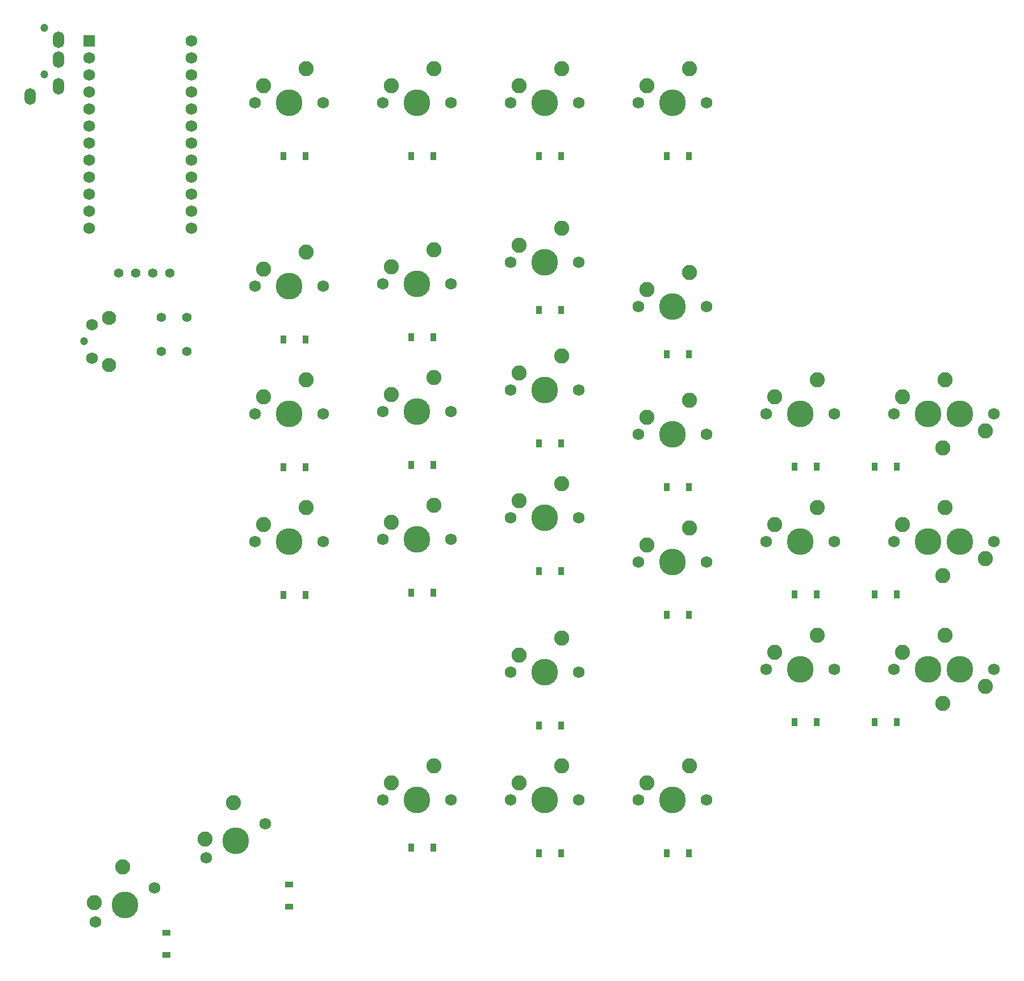
<source format=gbs>
G04 #@! TF.GenerationSoftware,KiCad,Pcbnew,5.1.10*
G04 #@! TF.CreationDate,2022-03-09T15:20:40-05:00*
G04 #@! TF.ProjectId,bourbondox2_right,626f7572-626f-46e6-946f-78325f726967,rev?*
G04 #@! TF.SameCoordinates,Original*
G04 #@! TF.FileFunction,Soldermask,Bot*
G04 #@! TF.FilePolarity,Negative*
%FSLAX46Y46*%
G04 Gerber Fmt 4.6, Leading zero omitted, Abs format (unit mm)*
G04 Created by KiCad (PCBNEW 5.1.10) date 2022-03-09 15:20:40*
%MOMM*%
%LPD*%
G01*
G04 APERTURE LIST*
%ADD10C,1.752600*%
%ADD11R,1.752600X1.752600*%
%ADD12C,1.200000*%
%ADD13C,2.100000*%
%ADD14C,1.750000*%
%ADD15C,1.397000*%
%ADD16C,2.250000*%
%ADD17C,3.987800*%
%ADD18O,1.700000X2.500000*%
%ADD19R,1.200000X0.900000*%
%ADD20R,0.900000X1.200000*%
G04 APERTURE END LIST*
D10*
G04 #@! TO.C,U1*
X74295000Y-32067500D03*
X59055000Y-60007500D03*
X74295000Y-34607500D03*
X74295000Y-37147500D03*
X74295000Y-39687500D03*
X74295000Y-42227500D03*
X74295000Y-44767500D03*
X74295000Y-47307500D03*
X74295000Y-49847500D03*
X74295000Y-52387500D03*
X74295000Y-54927500D03*
X74295000Y-57467500D03*
X74295000Y-60007500D03*
X59055000Y-57467500D03*
X59055000Y-54927500D03*
X59055000Y-52387500D03*
X59055000Y-49847500D03*
X59055000Y-47307500D03*
X59055000Y-44767500D03*
X59055000Y-42227500D03*
X59055000Y-39687500D03*
X59055000Y-37147500D03*
X59055000Y-34607500D03*
D11*
X59055000Y-32067500D03*
G04 #@! TD*
D12*
G04 #@! TO.C,SW1*
X58321250Y-76875000D03*
D13*
X62021250Y-80375000D03*
D14*
X59531250Y-79375000D03*
X59531250Y-74375000D03*
D13*
X62021250Y-73365000D03*
G04 #@! TD*
D15*
G04 #@! TO.C,R2*
X73624240Y-78378499D03*
X73624240Y-73298499D03*
G04 #@! TD*
G04 #@! TO.C,R1*
X69850000Y-78378499D03*
X69850000Y-73298499D03*
G04 #@! TD*
G04 #@! TO.C,OL1*
X71120000Y-66675000D03*
X68580000Y-66675000D03*
X66040000Y-66675000D03*
X63500000Y-66675000D03*
G04 #@! TD*
D16*
G04 #@! TO.C,MX30_2*
X186372500Y-130842500D03*
D17*
X188912500Y-125762500D03*
D16*
X192722500Y-128302500D03*
D14*
X193992500Y-125762500D03*
X183832500Y-125762500D03*
G04 #@! TD*
D16*
G04 #@! TO.C,MX20_2*
X186372500Y-111792500D03*
D17*
X188912500Y-106712500D03*
D16*
X192722500Y-109252500D03*
D14*
X193992500Y-106712500D03*
X183832500Y-106712500D03*
G04 #@! TD*
D16*
G04 #@! TO.C,MX10_2*
X186372500Y-92742500D03*
D17*
X188912500Y-87662500D03*
D16*
X192722500Y-90202500D03*
D14*
X193992500Y-87662500D03*
X183832500Y-87662500D03*
G04 #@! TD*
G04 #@! TO.C,MX45*
X68824267Y-158376250D03*
X60025449Y-163456250D03*
D16*
X59855301Y-160621545D03*
D17*
X64424858Y-160916250D03*
D16*
X64084563Y-155246841D03*
G04 #@! TD*
D14*
G04 #@! TO.C,MX44*
X85322051Y-148851250D03*
X76523233Y-153931250D03*
D16*
X76353085Y-151096545D03*
D17*
X80922642Y-151391250D03*
D16*
X80582347Y-145721841D03*
G04 #@! TD*
G04 #@! TO.C,MX43*
X110490000Y-140176250D03*
D17*
X107950000Y-145256250D03*
D16*
X104140000Y-142716250D03*
D14*
X102870000Y-145256250D03*
X113030000Y-145256250D03*
G04 #@! TD*
D16*
G04 #@! TO.C,MX42*
X129540000Y-140176250D03*
D17*
X127000000Y-145256250D03*
D16*
X123190000Y-142716250D03*
D14*
X121920000Y-145256250D03*
X132080000Y-145256250D03*
G04 #@! TD*
D16*
G04 #@! TO.C,MX41*
X129540000Y-121126250D03*
D17*
X127000000Y-126206250D03*
D16*
X123190000Y-123666250D03*
D14*
X121920000Y-126206250D03*
X132080000Y-126206250D03*
G04 #@! TD*
D16*
G04 #@! TO.C,MX40*
X148590000Y-140176250D03*
D17*
X146050000Y-145256250D03*
D16*
X142240000Y-142716250D03*
D14*
X140970000Y-145256250D03*
X151130000Y-145256250D03*
G04 #@! TD*
D16*
G04 #@! TO.C,MX35*
X91440000Y-101657500D03*
D17*
X88900000Y-106737500D03*
D16*
X85090000Y-104197500D03*
D14*
X83820000Y-106737500D03*
X93980000Y-106737500D03*
G04 #@! TD*
D16*
G04 #@! TO.C,MX34*
X110490000Y-101357500D03*
D17*
X107950000Y-106437500D03*
D16*
X104140000Y-103897500D03*
D14*
X102870000Y-106437500D03*
X113030000Y-106437500D03*
G04 #@! TD*
D16*
G04 #@! TO.C,MX33*
X129540000Y-98107500D03*
D17*
X127000000Y-103187500D03*
D16*
X123190000Y-100647500D03*
D14*
X121920000Y-103187500D03*
X132080000Y-103187500D03*
G04 #@! TD*
D16*
G04 #@! TO.C,MX32*
X148590000Y-104682500D03*
D17*
X146050000Y-109762500D03*
D16*
X142240000Y-107222500D03*
D14*
X140970000Y-109762500D03*
X151130000Y-109762500D03*
G04 #@! TD*
D16*
G04 #@! TO.C,MX31*
X167640000Y-120682500D03*
D17*
X165100000Y-125762500D03*
D16*
X161290000Y-123222500D03*
D14*
X160020000Y-125762500D03*
X170180000Y-125762500D03*
G04 #@! TD*
D16*
G04 #@! TO.C,MX30*
X186690000Y-120682500D03*
D17*
X184150000Y-125762500D03*
D16*
X180340000Y-123222500D03*
D14*
X179070000Y-125762500D03*
X189230000Y-125762500D03*
G04 #@! TD*
D16*
G04 #@! TO.C,MX25*
X91440000Y-82607500D03*
D17*
X88900000Y-87687500D03*
D16*
X85090000Y-85147500D03*
D14*
X83820000Y-87687500D03*
X93980000Y-87687500D03*
G04 #@! TD*
D16*
G04 #@! TO.C,MX24*
X110490000Y-82307500D03*
D17*
X107950000Y-87387500D03*
D16*
X104140000Y-84847500D03*
D14*
X102870000Y-87387500D03*
X113030000Y-87387500D03*
G04 #@! TD*
D16*
G04 #@! TO.C,MX23*
X129540000Y-79057500D03*
D17*
X127000000Y-84137500D03*
D16*
X123190000Y-81597500D03*
D14*
X121920000Y-84137500D03*
X132080000Y-84137500D03*
G04 #@! TD*
D16*
G04 #@! TO.C,MX22*
X148590000Y-85632500D03*
D17*
X146050000Y-90712500D03*
D16*
X142240000Y-88172500D03*
D14*
X140970000Y-90712500D03*
X151130000Y-90712500D03*
G04 #@! TD*
D16*
G04 #@! TO.C,MX21*
X167640000Y-101632500D03*
D17*
X165100000Y-106712500D03*
D16*
X161290000Y-104172500D03*
D14*
X160020000Y-106712500D03*
X170180000Y-106712500D03*
G04 #@! TD*
D16*
G04 #@! TO.C,MX20*
X186690000Y-101632500D03*
D17*
X184150000Y-106712500D03*
D16*
X180340000Y-104172500D03*
D14*
X179070000Y-106712500D03*
X189230000Y-106712500D03*
G04 #@! TD*
D16*
G04 #@! TO.C,MX15*
X91440000Y-63557500D03*
D17*
X88900000Y-68637500D03*
D16*
X85090000Y-66097500D03*
D14*
X83820000Y-68637500D03*
X93980000Y-68637500D03*
G04 #@! TD*
D16*
G04 #@! TO.C,MX14*
X110490000Y-63257500D03*
D17*
X107950000Y-68337500D03*
D16*
X104140000Y-65797500D03*
D14*
X102870000Y-68337500D03*
X113030000Y-68337500D03*
G04 #@! TD*
D16*
G04 #@! TO.C,MX13*
X129540000Y-60007500D03*
D17*
X127000000Y-65087500D03*
D16*
X123190000Y-62547500D03*
D14*
X121920000Y-65087500D03*
X132080000Y-65087500D03*
G04 #@! TD*
D16*
G04 #@! TO.C,MX12*
X148590000Y-66582500D03*
D17*
X146050000Y-71662500D03*
D16*
X142240000Y-69122500D03*
D14*
X140970000Y-71662500D03*
X151130000Y-71662500D03*
G04 #@! TD*
D16*
G04 #@! TO.C,MX11*
X167640000Y-82582500D03*
D17*
X165100000Y-87662500D03*
D16*
X161290000Y-85122500D03*
D14*
X160020000Y-87662500D03*
X170180000Y-87662500D03*
G04 #@! TD*
D16*
G04 #@! TO.C,MX10*
X186690000Y-82582500D03*
D17*
X184150000Y-87662500D03*
D16*
X180340000Y-85122500D03*
D14*
X179070000Y-87662500D03*
X189230000Y-87662500D03*
G04 #@! TD*
D16*
G04 #@! TO.C,MX5*
X91440000Y-36195000D03*
D17*
X88900000Y-41275000D03*
D16*
X85090000Y-38735000D03*
D14*
X83820000Y-41275000D03*
X93980000Y-41275000D03*
G04 #@! TD*
D16*
G04 #@! TO.C,MX4*
X110490000Y-36195000D03*
D17*
X107950000Y-41275000D03*
D16*
X104140000Y-38735000D03*
D14*
X102870000Y-41275000D03*
X113030000Y-41275000D03*
G04 #@! TD*
D16*
G04 #@! TO.C,MX3*
X129540000Y-36195000D03*
D17*
X127000000Y-41275000D03*
D16*
X123190000Y-38735000D03*
D14*
X121920000Y-41275000D03*
X132080000Y-41275000D03*
G04 #@! TD*
D16*
G04 #@! TO.C,MX2*
X148590000Y-36195000D03*
D17*
X146050000Y-41275000D03*
D16*
X142240000Y-38735000D03*
D14*
X140970000Y-41275000D03*
X151130000Y-41275000D03*
G04 #@! TD*
D18*
G04 #@! TO.C,J1*
X50287500Y-40375000D03*
X54487500Y-38875000D03*
X54487500Y-34875000D03*
X54487500Y-31875000D03*
D12*
X52387500Y-37075000D03*
X52387500Y-30075000D03*
G04 #@! TD*
D19*
G04 #@! TO.C,D45*
X70643750Y-165037500D03*
X70643750Y-168337500D03*
G04 #@! TD*
G04 #@! TO.C,D44*
X88900000Y-157893750D03*
X88900000Y-161193750D03*
G04 #@! TD*
D20*
G04 #@! TO.C,D43*
X110393750Y-152400000D03*
X107093750Y-152400000D03*
G04 #@! TD*
G04 #@! TO.C,D42*
X129443750Y-153193750D03*
X126143750Y-153193750D03*
G04 #@! TD*
G04 #@! TO.C,D41*
X129443750Y-134143750D03*
X126143750Y-134143750D03*
G04 #@! TD*
G04 #@! TO.C,D40*
X148493750Y-153193750D03*
X145193750Y-153193750D03*
G04 #@! TD*
G04 #@! TO.C,D35*
X91343750Y-114675000D03*
X88043750Y-114675000D03*
G04 #@! TD*
G04 #@! TO.C,D34*
X110393750Y-114375000D03*
X107093750Y-114375000D03*
G04 #@! TD*
G04 #@! TO.C,D33*
X129443750Y-111125000D03*
X126143750Y-111125000D03*
G04 #@! TD*
G04 #@! TO.C,D32*
X148493750Y-117700000D03*
X145193750Y-117700000D03*
G04 #@! TD*
G04 #@! TO.C,D31*
X167543750Y-133700000D03*
X164243750Y-133700000D03*
G04 #@! TD*
G04 #@! TO.C,D30*
X179450000Y-133700000D03*
X176150000Y-133700000D03*
G04 #@! TD*
G04 #@! TO.C,D25*
X91343750Y-95625000D03*
X88043750Y-95625000D03*
G04 #@! TD*
G04 #@! TO.C,D24*
X110393750Y-95325000D03*
X107093750Y-95325000D03*
G04 #@! TD*
G04 #@! TO.C,D23*
X129443750Y-92075000D03*
X126143750Y-92075000D03*
G04 #@! TD*
G04 #@! TO.C,D22*
X148493750Y-98650000D03*
X145193750Y-98650000D03*
G04 #@! TD*
G04 #@! TO.C,D21*
X167543750Y-114650000D03*
X164243750Y-114650000D03*
G04 #@! TD*
G04 #@! TO.C,D20*
X179450000Y-114650000D03*
X176150000Y-114650000D03*
G04 #@! TD*
G04 #@! TO.C,D15*
X91343750Y-76575000D03*
X88043750Y-76575000D03*
G04 #@! TD*
G04 #@! TO.C,D14*
X110393750Y-76275000D03*
X107093750Y-76275000D03*
G04 #@! TD*
G04 #@! TO.C,D13*
X129443750Y-72231250D03*
X126143750Y-72231250D03*
G04 #@! TD*
G04 #@! TO.C,D12*
X148493750Y-78806250D03*
X145193750Y-78806250D03*
G04 #@! TD*
G04 #@! TO.C,D11*
X167543750Y-95600000D03*
X164243750Y-95600000D03*
G04 #@! TD*
G04 #@! TO.C,D10*
X179450000Y-95600000D03*
X176150000Y-95600000D03*
G04 #@! TD*
G04 #@! TO.C,D5*
X91343750Y-49212500D03*
X88043750Y-49212500D03*
G04 #@! TD*
G04 #@! TO.C,D4*
X110393750Y-49212500D03*
X107093750Y-49212500D03*
G04 #@! TD*
G04 #@! TO.C,D3*
X129443750Y-49212500D03*
X126143750Y-49212500D03*
G04 #@! TD*
G04 #@! TO.C,D2*
X148493750Y-49212500D03*
X145193750Y-49212500D03*
G04 #@! TD*
M02*

</source>
